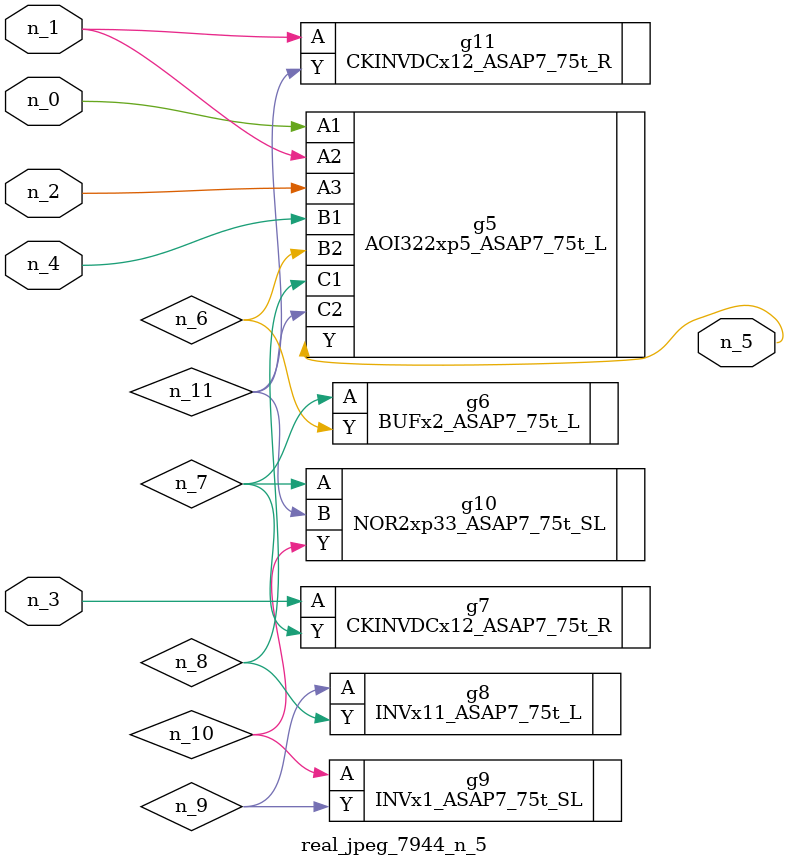
<source format=v>
module real_jpeg_7944_n_5 (n_4, n_0, n_1, n_2, n_3, n_5);

input n_4;
input n_0;
input n_1;
input n_2;
input n_3;

output n_5;

wire n_8;
wire n_11;
wire n_6;
wire n_7;
wire n_10;
wire n_9;

AOI322xp5_ASAP7_75t_L g5 ( 
.A1(n_0),
.A2(n_1),
.A3(n_2),
.B1(n_4),
.B2(n_6),
.C1(n_8),
.C2(n_11),
.Y(n_5)
);

CKINVDCx12_ASAP7_75t_R g11 ( 
.A(n_1),
.Y(n_11)
);

CKINVDCx12_ASAP7_75t_R g7 ( 
.A(n_3),
.Y(n_7)
);

BUFx2_ASAP7_75t_L g6 ( 
.A(n_7),
.Y(n_6)
);

NOR2xp33_ASAP7_75t_SL g10 ( 
.A(n_7),
.B(n_11),
.Y(n_10)
);

INVx11_ASAP7_75t_L g8 ( 
.A(n_9),
.Y(n_8)
);

INVx1_ASAP7_75t_SL g9 ( 
.A(n_10),
.Y(n_9)
);


endmodule
</source>
